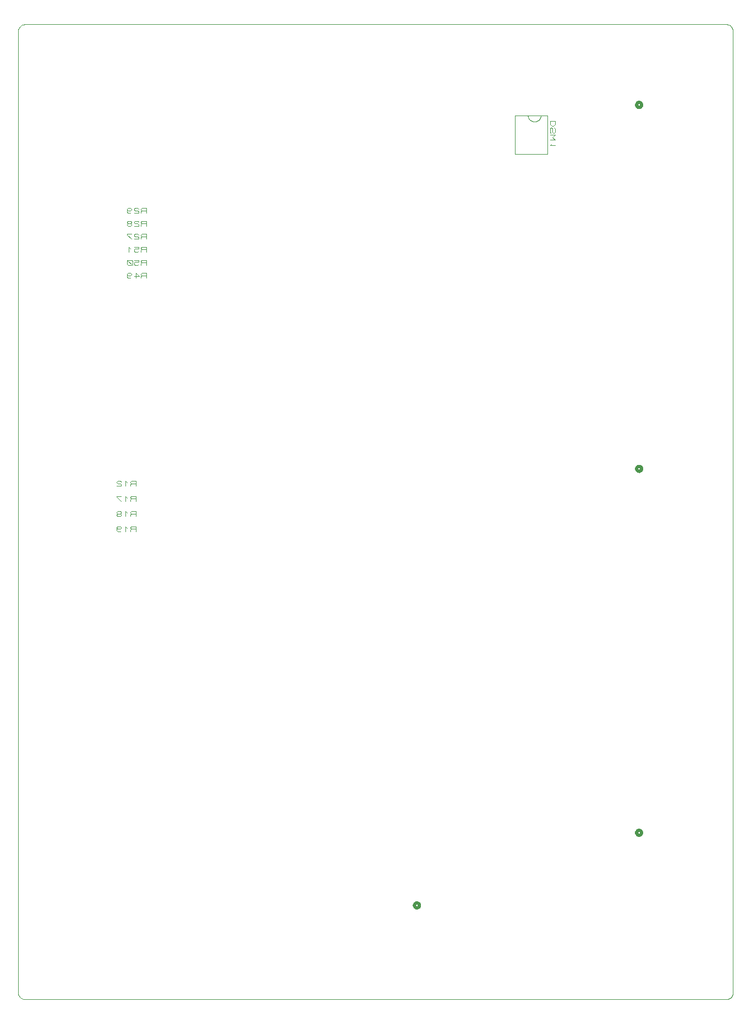
<source format=gbr>
G04 PROTEUS GERBER X2 FILE*
%TF.GenerationSoftware,Labcenter,Proteus,8.15-SP0-Build33980*%
%TF.CreationDate,2023-03-15T16:04:22+00:00*%
%TF.FileFunction,Legend,Bot*%
%TF.FilePolarity,Positive*%
%TF.Part,Single*%
%TF.SameCoordinates,{4545a914-5e6f-4f91-a9de-dead5439e7db}*%
%FSLAX45Y45*%
%MOMM*%
G01*
%TA.AperFunction,Profile*%
%ADD47C,0.101600*%
%TA.AperFunction,Material*%
%ADD53C,0.508000*%
%ADD52C,0.101600*%
%TD.AperFunction*%
D47*
X+5500000Y-6900000D02*
X+5498010Y-6920447D01*
X+5492285Y-6939355D01*
X+5471094Y-6971094D01*
X+5439356Y-6992285D01*
X+5420447Y-6998010D01*
X+5400000Y-7000000D01*
X-5500000Y-6900000D02*
X-5498010Y-6920447D01*
X-5492285Y-6939355D01*
X-5471094Y-6971094D01*
X-5439356Y-6992285D01*
X-5420447Y-6998010D01*
X-5400000Y-7000000D01*
X+5400000Y+8000000D02*
X+5420447Y+7998010D01*
X+5439356Y+7992285D01*
X+5471094Y+7971094D01*
X+5492285Y+7939355D01*
X+5498010Y+7920447D01*
X+5500000Y+7900000D01*
X-5400000Y+8000000D02*
X-5420447Y+7998010D01*
X-5439356Y+7992285D01*
X-5471094Y+7971094D01*
X-5492285Y+7939355D01*
X-5498010Y+7920447D01*
X-5500000Y+7900000D01*
X-5400000Y+8000000D02*
X+5400000Y+8000000D01*
X+5500000Y+7900000D02*
X+5500000Y-6900000D01*
X+5400000Y-7000000D02*
X-5400000Y-7000000D01*
X-5500000Y-6900000D02*
X-5500000Y+7900000D01*
D53*
X+4093600Y+6762000D02*
X+4093469Y+6765158D01*
X+4092403Y+6771476D01*
X+4090172Y+6777794D01*
X+4086527Y+6784112D01*
X+4080952Y+6790351D01*
X+4074634Y+6794947D01*
X+4068316Y+6797880D01*
X+4061998Y+6799542D01*
X+4055680Y+6800100D01*
X+4055500Y+6800100D01*
X+4017400Y+6762000D02*
X+4017531Y+6765158D01*
X+4018597Y+6771476D01*
X+4020828Y+6777794D01*
X+4024473Y+6784112D01*
X+4030048Y+6790351D01*
X+4036366Y+6794947D01*
X+4042684Y+6797880D01*
X+4049002Y+6799542D01*
X+4055320Y+6800100D01*
X+4055500Y+6800100D01*
X+4017400Y+6762000D02*
X+4017531Y+6758842D01*
X+4018597Y+6752524D01*
X+4020828Y+6746206D01*
X+4024473Y+6739888D01*
X+4030048Y+6733649D01*
X+4036366Y+6729053D01*
X+4042684Y+6726120D01*
X+4049002Y+6724458D01*
X+4055320Y+6723900D01*
X+4055500Y+6723900D01*
X+4093600Y+6762000D02*
X+4093469Y+6758842D01*
X+4092403Y+6752524D01*
X+4090172Y+6746206D01*
X+4086527Y+6739888D01*
X+4080952Y+6733649D01*
X+4074634Y+6729053D01*
X+4068316Y+6726120D01*
X+4061998Y+6724458D01*
X+4055680Y+6723900D01*
X+4055500Y+6723900D01*
X+4093600Y+1162000D02*
X+4093469Y+1165158D01*
X+4092403Y+1171476D01*
X+4090172Y+1177794D01*
X+4086527Y+1184112D01*
X+4080952Y+1190351D01*
X+4074634Y+1194947D01*
X+4068316Y+1197880D01*
X+4061998Y+1199542D01*
X+4055680Y+1200100D01*
X+4055500Y+1200100D01*
X+4017400Y+1162000D02*
X+4017531Y+1165158D01*
X+4018597Y+1171476D01*
X+4020828Y+1177794D01*
X+4024473Y+1184112D01*
X+4030048Y+1190351D01*
X+4036366Y+1194947D01*
X+4042684Y+1197880D01*
X+4049002Y+1199542D01*
X+4055320Y+1200100D01*
X+4055500Y+1200100D01*
X+4017400Y+1162000D02*
X+4017531Y+1158842D01*
X+4018597Y+1152524D01*
X+4020828Y+1146206D01*
X+4024473Y+1139888D01*
X+4030048Y+1133649D01*
X+4036366Y+1129053D01*
X+4042684Y+1126120D01*
X+4049002Y+1124458D01*
X+4055320Y+1123900D01*
X+4055500Y+1123900D01*
X+4093600Y+1162000D02*
X+4093469Y+1158842D01*
X+4092403Y+1152524D01*
X+4090172Y+1146206D01*
X+4086527Y+1139888D01*
X+4080952Y+1133649D01*
X+4074634Y+1129053D01*
X+4068316Y+1126120D01*
X+4061998Y+1124458D01*
X+4055680Y+1123900D01*
X+4055500Y+1123900D01*
X+4093600Y-4438000D02*
X+4093469Y-4434842D01*
X+4092403Y-4428524D01*
X+4090172Y-4422206D01*
X+4086527Y-4415888D01*
X+4080952Y-4409649D01*
X+4074634Y-4405053D01*
X+4068316Y-4402120D01*
X+4061998Y-4400458D01*
X+4055680Y-4399900D01*
X+4055500Y-4399900D01*
X+4017400Y-4438000D02*
X+4017531Y-4434842D01*
X+4018597Y-4428524D01*
X+4020828Y-4422206D01*
X+4024473Y-4415888D01*
X+4030048Y-4409649D01*
X+4036366Y-4405053D01*
X+4042684Y-4402120D01*
X+4049002Y-4400458D01*
X+4055320Y-4399900D01*
X+4055500Y-4399900D01*
X+4017400Y-4438000D02*
X+4017531Y-4441158D01*
X+4018597Y-4447476D01*
X+4020828Y-4453794D01*
X+4024473Y-4460112D01*
X+4030048Y-4466351D01*
X+4036366Y-4470947D01*
X+4042684Y-4473880D01*
X+4049002Y-4475542D01*
X+4055320Y-4476100D01*
X+4055500Y-4476100D01*
X+4093600Y-4438000D02*
X+4093469Y-4441158D01*
X+4092403Y-4447476D01*
X+4090172Y-4453794D01*
X+4086527Y-4460112D01*
X+4080952Y-4466351D01*
X+4074634Y-4470947D01*
X+4068316Y-4473880D01*
X+4061998Y-4475542D01*
X+4055680Y-4476100D01*
X+4055500Y-4476100D01*
X+675100Y-5555500D02*
X+674969Y-5552342D01*
X+673903Y-5546024D01*
X+671672Y-5539706D01*
X+668027Y-5533388D01*
X+662452Y-5527149D01*
X+656134Y-5522553D01*
X+649816Y-5519620D01*
X+643498Y-5517958D01*
X+637180Y-5517400D01*
X+637000Y-5517400D01*
X+598900Y-5555500D02*
X+599031Y-5552342D01*
X+600097Y-5546024D01*
X+602328Y-5539706D01*
X+605973Y-5533388D01*
X+611548Y-5527149D01*
X+617866Y-5522553D01*
X+624184Y-5519620D01*
X+630502Y-5517958D01*
X+636820Y-5517400D01*
X+637000Y-5517400D01*
X+598900Y-5555500D02*
X+599031Y-5558658D01*
X+600097Y-5564976D01*
X+602328Y-5571294D01*
X+605973Y-5577612D01*
X+611548Y-5583851D01*
X+617866Y-5588447D01*
X+624184Y-5591380D01*
X+630502Y-5593042D01*
X+636820Y-5593600D01*
X+637000Y-5593600D01*
X+675100Y-5555500D02*
X+674969Y-5558658D01*
X+673903Y-5564976D01*
X+671672Y-5571294D01*
X+668027Y-5577612D01*
X+662452Y-5583851D01*
X+656134Y-5588447D01*
X+649816Y-5591380D01*
X+643498Y-5593042D01*
X+637180Y-5593600D01*
X+637000Y-5593600D01*
D52*
X+2142000Y+6001500D02*
X+2642000Y+6001500D01*
X+2642000Y+6601500D01*
X+2142000Y+6601500D01*
X+2142000Y+6001500D01*
X+2342000Y+6601500D02*
X+2343990Y+6581053D01*
X+2349715Y+6562145D01*
X+2370906Y+6530406D01*
X+2402644Y+6509215D01*
X+2421553Y+6503490D01*
X+2442000Y+6501500D01*
X+2542000Y+6601500D02*
X+2540010Y+6581053D01*
X+2534285Y+6562145D01*
X+2513094Y+6530406D01*
X+2481356Y+6509215D01*
X+2462447Y+6503490D01*
X+2442000Y+6501500D01*
X+2758680Y+6515860D02*
X+2682480Y+6515860D01*
X+2682480Y+6462520D01*
X+2707880Y+6435850D01*
X+2733280Y+6435850D01*
X+2758680Y+6462520D01*
X+2758680Y+6515860D01*
X+2745980Y+6409180D02*
X+2758680Y+6395845D01*
X+2758680Y+6342505D01*
X+2745980Y+6329170D01*
X+2733280Y+6329170D01*
X+2720580Y+6342505D01*
X+2720580Y+6395845D01*
X+2707880Y+6409180D01*
X+2695180Y+6409180D01*
X+2682480Y+6395845D01*
X+2682480Y+6342505D01*
X+2695180Y+6329170D01*
X+2682480Y+6302500D02*
X+2758680Y+6302500D01*
X+2720580Y+6262495D01*
X+2758680Y+6222490D01*
X+2682480Y+6222490D01*
X+2707880Y+6169150D02*
X+2682480Y+6142480D01*
X+2758680Y+6142480D01*
X-3529980Y+4698400D02*
X-3529980Y+4774600D01*
X-3596655Y+4774600D01*
X-3609990Y+4761900D01*
X-3609990Y+4749200D01*
X-3596655Y+4736500D01*
X-3529980Y+4736500D01*
X-3596655Y+4736500D02*
X-3609990Y+4723800D01*
X-3609990Y+4698400D01*
X-3649995Y+4761900D02*
X-3663330Y+4774600D01*
X-3703335Y+4774600D01*
X-3716670Y+4761900D01*
X-3716670Y+4749200D01*
X-3703335Y+4736500D01*
X-3663330Y+4736500D01*
X-3649995Y+4723800D01*
X-3649995Y+4698400D01*
X-3716670Y+4698400D01*
X-3756675Y+4774600D02*
X-3823350Y+4774600D01*
X-3823350Y+4761900D01*
X-3756675Y+4698400D01*
X-3529980Y+4898400D02*
X-3529980Y+4974600D01*
X-3596655Y+4974600D01*
X-3609990Y+4961900D01*
X-3609990Y+4949200D01*
X-3596655Y+4936500D01*
X-3529980Y+4936500D01*
X-3596655Y+4936500D02*
X-3609990Y+4923800D01*
X-3609990Y+4898400D01*
X-3649995Y+4961900D02*
X-3663330Y+4974600D01*
X-3703335Y+4974600D01*
X-3716670Y+4961900D01*
X-3716670Y+4949200D01*
X-3703335Y+4936500D01*
X-3663330Y+4936500D01*
X-3649995Y+4923800D01*
X-3649995Y+4898400D01*
X-3716670Y+4898400D01*
X-3770010Y+4936500D02*
X-3756675Y+4949200D01*
X-3756675Y+4961900D01*
X-3770010Y+4974600D01*
X-3810015Y+4974600D01*
X-3823350Y+4961900D01*
X-3823350Y+4949200D01*
X-3810015Y+4936500D01*
X-3770010Y+4936500D01*
X-3756675Y+4923800D01*
X-3756675Y+4911100D01*
X-3770010Y+4898400D01*
X-3810015Y+4898400D01*
X-3823350Y+4911100D01*
X-3823350Y+4923800D01*
X-3810015Y+4936500D01*
X-3529980Y+5098400D02*
X-3529980Y+5174600D01*
X-3596655Y+5174600D01*
X-3609990Y+5161900D01*
X-3609990Y+5149200D01*
X-3596655Y+5136500D01*
X-3529980Y+5136500D01*
X-3596655Y+5136500D02*
X-3609990Y+5123800D01*
X-3609990Y+5098400D01*
X-3649995Y+5161900D02*
X-3663330Y+5174600D01*
X-3703335Y+5174600D01*
X-3716670Y+5161900D01*
X-3716670Y+5149200D01*
X-3703335Y+5136500D01*
X-3663330Y+5136500D01*
X-3649995Y+5123800D01*
X-3649995Y+5098400D01*
X-3716670Y+5098400D01*
X-3823350Y+5149200D02*
X-3810015Y+5136500D01*
X-3770010Y+5136500D01*
X-3756675Y+5149200D01*
X-3756675Y+5161900D01*
X-3770010Y+5174600D01*
X-3810015Y+5174600D01*
X-3823350Y+5161900D01*
X-3823350Y+5111100D01*
X-3810015Y+5098400D01*
X-3770010Y+5098400D01*
X-3529980Y+4098400D02*
X-3529980Y+4174600D01*
X-3596655Y+4174600D01*
X-3609990Y+4161900D01*
X-3609990Y+4149200D01*
X-3596655Y+4136500D01*
X-3529980Y+4136500D01*
X-3596655Y+4136500D02*
X-3609990Y+4123800D01*
X-3609990Y+4098400D01*
X-3716670Y+4123800D02*
X-3636660Y+4123800D01*
X-3690000Y+4174600D01*
X-3690000Y+4098400D01*
X-3823350Y+4149200D02*
X-3810015Y+4136500D01*
X-3770010Y+4136500D01*
X-3756675Y+4149200D01*
X-3756675Y+4161900D01*
X-3770010Y+4174600D01*
X-3810015Y+4174600D01*
X-3823350Y+4161900D01*
X-3823350Y+4111100D01*
X-3810015Y+4098400D01*
X-3770010Y+4098400D01*
X-3529980Y+4298400D02*
X-3529980Y+4374600D01*
X-3596655Y+4374600D01*
X-3609990Y+4361900D01*
X-3609990Y+4349200D01*
X-3596655Y+4336500D01*
X-3529980Y+4336500D01*
X-3596655Y+4336500D02*
X-3609990Y+4323800D01*
X-3609990Y+4298400D01*
X-3716670Y+4374600D02*
X-3649995Y+4374600D01*
X-3649995Y+4349200D01*
X-3703335Y+4349200D01*
X-3716670Y+4336500D01*
X-3716670Y+4311100D01*
X-3703335Y+4298400D01*
X-3663330Y+4298400D01*
X-3649995Y+4311100D01*
X-3743340Y+4311100D02*
X-3743340Y+4361900D01*
X-3756675Y+4374600D01*
X-3810015Y+4374600D01*
X-3823350Y+4361900D01*
X-3823350Y+4311100D01*
X-3810015Y+4298400D01*
X-3756675Y+4298400D01*
X-3743340Y+4311100D01*
X-3743340Y+4298400D02*
X-3823350Y+4374600D01*
X-3529980Y+4498400D02*
X-3529980Y+4574600D01*
X-3596655Y+4574600D01*
X-3609990Y+4561900D01*
X-3609990Y+4549200D01*
X-3596655Y+4536500D01*
X-3529980Y+4536500D01*
X-3596655Y+4536500D02*
X-3609990Y+4523800D01*
X-3609990Y+4498400D01*
X-3716670Y+4574600D02*
X-3649995Y+4574600D01*
X-3649995Y+4549200D01*
X-3703335Y+4549200D01*
X-3716670Y+4536500D01*
X-3716670Y+4511100D01*
X-3703335Y+4498400D01*
X-3663330Y+4498400D01*
X-3649995Y+4511100D01*
X-3770010Y+4549200D02*
X-3796680Y+4574600D01*
X-3796680Y+4498400D01*
X-3689980Y+898400D02*
X-3689980Y+974600D01*
X-3756655Y+974600D01*
X-3769990Y+961900D01*
X-3769990Y+949200D01*
X-3756655Y+936500D01*
X-3689980Y+936500D01*
X-3756655Y+936500D02*
X-3769990Y+923800D01*
X-3769990Y+898400D01*
X-3823330Y+949200D02*
X-3850000Y+974600D01*
X-3850000Y+898400D01*
X-3916675Y+961900D02*
X-3930010Y+974600D01*
X-3970015Y+974600D01*
X-3983350Y+961900D01*
X-3983350Y+949200D01*
X-3970015Y+936500D01*
X-3930010Y+936500D01*
X-3916675Y+923800D01*
X-3916675Y+898400D01*
X-3983350Y+898400D01*
X-3689980Y+665066D02*
X-3689980Y+741266D01*
X-3756655Y+741266D01*
X-3769990Y+728566D01*
X-3769990Y+715866D01*
X-3756655Y+703166D01*
X-3689980Y+703166D01*
X-3756655Y+703166D02*
X-3769990Y+690466D01*
X-3769990Y+665066D01*
X-3823330Y+715866D02*
X-3850000Y+741266D01*
X-3850000Y+665066D01*
X-3916675Y+741266D02*
X-3983350Y+741266D01*
X-3983350Y+728566D01*
X-3916675Y+665066D01*
X-3689980Y+431733D02*
X-3689980Y+507933D01*
X-3756655Y+507933D01*
X-3769990Y+495233D01*
X-3769990Y+482533D01*
X-3756655Y+469833D01*
X-3689980Y+469833D01*
X-3756655Y+469833D02*
X-3769990Y+457133D01*
X-3769990Y+431733D01*
X-3823330Y+482533D02*
X-3850000Y+507933D01*
X-3850000Y+431733D01*
X-3930010Y+469833D02*
X-3916675Y+482533D01*
X-3916675Y+495233D01*
X-3930010Y+507933D01*
X-3970015Y+507933D01*
X-3983350Y+495233D01*
X-3983350Y+482533D01*
X-3970015Y+469833D01*
X-3930010Y+469833D01*
X-3916675Y+457133D01*
X-3916675Y+444433D01*
X-3930010Y+431733D01*
X-3970015Y+431733D01*
X-3983350Y+444433D01*
X-3983350Y+457133D01*
X-3970015Y+469833D01*
X-3689980Y+198400D02*
X-3689980Y+274600D01*
X-3756655Y+274600D01*
X-3769990Y+261900D01*
X-3769990Y+249200D01*
X-3756655Y+236500D01*
X-3689980Y+236500D01*
X-3756655Y+236500D02*
X-3769990Y+223800D01*
X-3769990Y+198400D01*
X-3823330Y+249200D02*
X-3850000Y+274600D01*
X-3850000Y+198400D01*
X-3983350Y+249200D02*
X-3970015Y+236500D01*
X-3930010Y+236500D01*
X-3916675Y+249200D01*
X-3916675Y+261900D01*
X-3930010Y+274600D01*
X-3970015Y+274600D01*
X-3983350Y+261900D01*
X-3983350Y+211100D01*
X-3970015Y+198400D01*
X-3930010Y+198400D01*
M02*

</source>
